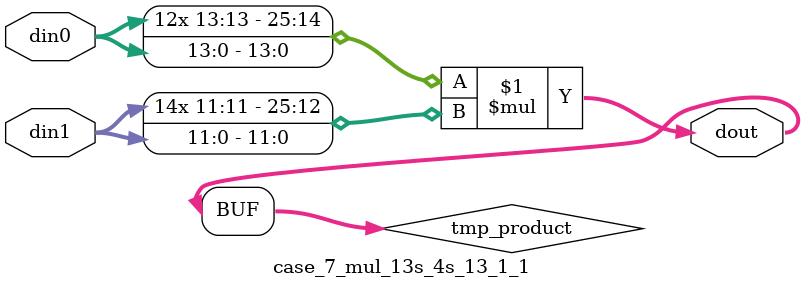
<source format=v>

`timescale 1 ns / 1 ps

 module case_7_mul_13s_4s_13_1_1(din0, din1, dout);
parameter ID = 1;
parameter NUM_STAGE = 0;
parameter din0_WIDTH = 14;
parameter din1_WIDTH = 12;
parameter dout_WIDTH = 26;

input [din0_WIDTH - 1 : 0] din0; 
input [din1_WIDTH - 1 : 0] din1; 
output [dout_WIDTH - 1 : 0] dout;

wire signed [dout_WIDTH - 1 : 0] tmp_product;



























assign tmp_product = $signed(din0) * $signed(din1);








assign dout = tmp_product;





















endmodule

</source>
